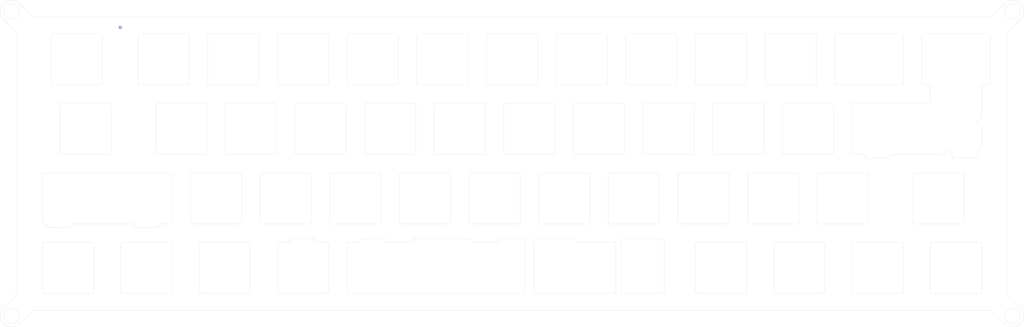
<source format=kicad_pcb>
(kicad_pcb (version 20171130) (host pcbnew 5.1.10-88a1d61d58~90~ubuntu20.04.1)

  (general
    (thickness 1.6)
    (drawings 463)
    (tracks 1)
    (zones 0)
    (modules 0)
    (nets 1)
  )

  (page A4)
  (layers
    (0 F.Cu signal)
    (31 B.Cu signal)
    (32 B.Adhes user)
    (33 F.Adhes user)
    (34 B.Paste user)
    (35 F.Paste user)
    (36 B.SilkS user)
    (37 F.SilkS user)
    (38 B.Mask user)
    (39 F.Mask user)
    (40 Dwgs.User user)
    (41 Cmts.User user)
    (42 Eco1.User user)
    (43 Eco2.User user)
    (44 Edge.Cuts user)
    (45 Margin user)
    (46 B.CrtYd user)
    (47 F.CrtYd user)
    (48 B.Fab user)
    (49 F.Fab user)
  )

  (setup
    (last_trace_width 0.25)
    (trace_clearance 0.2)
    (zone_clearance 0.508)
    (zone_45_only no)
    (trace_min 0.2)
    (via_size 0.8)
    (via_drill 0.4)
    (via_min_size 0.4)
    (via_min_drill 0.3)
    (uvia_size 0.3)
    (uvia_drill 0.1)
    (uvias_allowed no)
    (uvia_min_size 0.2)
    (uvia_min_drill 0.1)
    (edge_width 0.05)
    (segment_width 0.2)
    (pcb_text_width 0.3)
    (pcb_text_size 1.5 1.5)
    (mod_edge_width 0.12)
    (mod_text_size 1 1)
    (mod_text_width 0.15)
    (pad_size 1.524 1.524)
    (pad_drill 0.762)
    (pad_to_mask_clearance 0)
    (aux_axis_origin 0 0)
    (visible_elements FFFFFF7F)
    (pcbplotparams
      (layerselection 0x010fc_ffffffff)
      (usegerberextensions false)
      (usegerberattributes true)
      (usegerberadvancedattributes true)
      (creategerberjobfile true)
      (excludeedgelayer true)
      (linewidth 0.100000)
      (plotframeref false)
      (viasonmask false)
      (mode 1)
      (useauxorigin false)
      (hpglpennumber 1)
      (hpglpenspeed 20)
      (hpglpendiameter 15.000000)
      (psnegative false)
      (psa4output false)
      (plotreference true)
      (plotvalue true)
      (plotinvisibletext false)
      (padsonsilk false)
      (subtractmaskfromsilk false)
      (outputformat 1)
      (mirror false)
      (drillshape 0)
      (scaleselection 1)
      (outputdirectory "production/gerbers/"))
  )

  (net 0 "")

  (net_class Default "This is the default net class."
    (clearance 0.2)
    (trace_width 0.25)
    (via_dia 0.8)
    (via_drill 0.4)
    (uvia_dia 0.3)
    (uvia_drill 0.1)
  )

  (gr_line (start -127.94375 2.524999) (end -110.728125 2.524999) (layer Edge.Cuts) (width 0.05))
  (gr_arc (start -127.943749 3.024999) (end -127.94375 2.524999) (angle -90) (layer Edge.Cuts) (width 0.05))
  (gr_line (start -128.44375 16.024999) (end -128.44375 3.024999) (layer Edge.Cuts) (width 0.05))
  (gr_arc (start -127.943749 16.024999) (end -128.44375 16.024999) (angle -90) (layer Edge.Cuts) (width 0.05))
  (gr_line (start -127.35675 16.524999) (end -127.94375 16.524999) (layer Edge.Cuts) (width 0.05))
  (gr_line (start -127.35675 17.025) (end -127.35675 16.524999) (layer Edge.Cuts) (width 0.05))
  (gr_arc (start -126.85675 17.025) (end -127.35675 17.025) (angle -90) (layer Edge.Cuts) (width 0.05))
  (gr_line (start -120.85675 17.524999) (end -126.85675 17.525) (layer Edge.Cuts) (width 0.05))
  (gr_arc (start -120.856749 17.025) (end -120.85675 17.524999) (angle -90) (layer Edge.Cuts) (width 0.05))
  (gr_line (start -120.35675 16.524999) (end -120.35675 17.025) (layer Edge.Cuts) (width 0.05))
  (gr_line (start -103.48075 16.524999) (end -120.35675 16.524999) (layer Edge.Cuts) (width 0.05))
  (gr_line (start -103.48075 17.025) (end -103.48075 16.524999) (layer Edge.Cuts) (width 0.05))
  (gr_arc (start -102.98075 17.025) (end -103.48075 17.025) (angle -90) (layer Edge.Cuts) (width 0.05))
  (gr_line (start -96.98075 17.525) (end -102.98075 17.525) (layer Edge.Cuts) (width 0.05))
  (gr_arc (start -96.98075 17.024999) (end -96.98075 17.525) (angle -90) (layer Edge.Cuts) (width 0.05))
  (gr_line (start -96.48075 16.524999) (end -96.48075 17.025) (layer Edge.Cuts) (width 0.05))
  (gr_line (start -93.5125 16.524999) (end -96.48075 16.524999) (layer Edge.Cuts) (width 0.05))
  (gr_arc (start -93.5125 16.025) (end -93.5125 16.524999) (angle -90) (layer Edge.Cuts) (width 0.05))
  (gr_line (start -93.0125 3.024999) (end -93.0125 16.024999) (layer Edge.Cuts) (width 0.05))
  (gr_arc (start -93.5125 3.024999) (end -93.0125 3.024999) (angle -90) (layer Edge.Cuts) (width 0.05))
  (gr_line (start -110.728125 2.524999) (end -93.5125 2.524999) (layer Edge.Cuts) (width 0.05))
  (gr_arc (start 63.649999 35.074999) (end 63.65 35.574999) (angle -90) (layer Edge.Cuts) (width 0.05))
  (gr_line (start 50.65 35.574999) (end 63.65 35.574999) (layer Edge.Cuts) (width 0.05))
  (gr_arc (start 50.65 35.074999) (end 50.15 35.074999) (angle -90) (layer Edge.Cuts) (width 0.05))
  (gr_line (start 50.15 22.074999) (end 50.15 35.074999) (layer Edge.Cuts) (width 0.05))
  (gr_arc (start 50.649999 22.074999) (end 50.65 21.575) (angle -90) (layer Edge.Cuts) (width 0.05))
  (gr_line (start 63.65 21.575) (end 50.65 21.575) (layer Edge.Cuts) (width 0.05))
  (gr_arc (start 63.65 22.074999) (end 64.15 22.074999) (angle -90) (layer Edge.Cuts) (width 0.05))
  (gr_line (start 64.15 35.074999) (end 64.15 22.074999) (layer Edge.Cuts) (width 0.05))
  (gr_line (start 41.6 35.075) (end 41.599999 21.074999) (layer Edge.Cuts) (width 0.05))
  (gr_arc (start 41.1 35.075) (end 41.1 35.575) (angle -90) (layer Edge.Cuts) (width 0.05))
  (gr_line (start 30.36925 35.575) (end 41.1 35.575) (layer Edge.Cuts) (width 0.05))
  (gr_arc (start 30.36925 35.074999) (end 29.869249 35.075) (angle -90) (layer Edge.Cuts) (width 0.05))
  (gr_line (start 29.869249 21.074999) (end 29.869249 35.075) (layer Edge.Cuts) (width 0.05))
  (gr_arc (start 30.369249 21.075) (end 30.36925 20.575) (angle -90) (layer Edge.Cuts) (width 0.05))
  (gr_line (start 41.099999 20.575) (end 30.36925 20.575) (layer Edge.Cuts) (width 0.05))
  (gr_arc (start 41.099999 21.075) (end 41.599999 21.074999) (angle -90) (layer Edge.Cuts) (width 0.05))
  (gr_line (start -106.512499 35.574999) (end -93.512499 35.574999) (layer Edge.Cuts) (width 0.05))
  (gr_arc (start -106.512499 35.074999) (end -107.012499 35.074999) (angle -90) (layer Edge.Cuts) (width 0.05))
  (gr_line (start -107.012499 22.074999) (end -107.012499 35.074999) (layer Edge.Cuts) (width 0.05))
  (gr_arc (start -106.512499 22.074999) (end -106.512499 21.574999) (angle -90) (layer Edge.Cuts) (width 0.05))
  (gr_line (start -93.512499 21.574999) (end -106.512499 21.574999) (layer Edge.Cuts) (width 0.05))
  (gr_arc (start -93.512499 22.074999) (end -93.012499 22.074999) (angle -90) (layer Edge.Cuts) (width 0.05))
  (gr_line (start -93.012499 35.074999) (end -93.012499 22.074999) (layer Edge.Cuts) (width 0.05))
  (gr_arc (start -93.5125 35.074999) (end -93.512499 35.574999) (angle -90) (layer Edge.Cuts) (width 0.05))
  (gr_line (start 107.0125 35.074999) (end 107.0125 22.074999) (layer Edge.Cuts) (width 0.05))
  (gr_arc (start 106.512499 35.074999) (end 106.5125 35.574999) (angle -90) (layer Edge.Cuts) (width 0.05))
  (gr_line (start 93.5125 35.574999) (end 106.5125 35.574999) (layer Edge.Cuts) (width 0.05))
  (gr_arc (start 93.5125 35.074999) (end 93.0125 35.074999) (angle -90) (layer Edge.Cuts) (width 0.05))
  (gr_line (start 93.0125 22.074999) (end 93.0125 35.074999) (layer Edge.Cuts) (width 0.05))
  (gr_arc (start 93.512499 22.074999) (end 93.5125 21.574999) (angle -90) (layer Edge.Cuts) (width 0.05))
  (gr_line (start 106.5125 21.574999) (end 93.5125 21.574999) (layer Edge.Cuts) (width 0.05))
  (gr_arc (start 106.5125 22.074999) (end 107.0125 22.074999) (angle -90) (layer Edge.Cuts) (width 0.05))
  (gr_line (start 127.35675 -12.05) (end 127.94375 -12.049999) (layer Edge.Cuts) (width 0.05))
  (gr_line (start 127.35675 -10.612) (end 127.35675 -12.05) (layer Edge.Cuts) (width 0.05))
  (gr_line (start 127.94375 -10.612) (end 127.35675 -10.612) (layer Edge.Cuts) (width 0.05))
  (gr_arc (start 127.94375 -10.112) (end 128.44375 -10.112) (angle -90) (layer Edge.Cuts) (width 0.05))
  (gr_line (start 128.44375 -4.112) (end 128.44375 -10.112) (layer Edge.Cuts) (width 0.05))
  (gr_arc (start 127.943749 -4.112) (end 127.94375 -3.611999) (angle -90) (layer Edge.Cuts) (width 0.05))
  (gr_line (start 127.35675 -3.612) (end 127.94375 -3.611999) (layer Edge.Cuts) (width 0.05))
  (gr_line (start 127.35675 -2.024999) (end 127.35675 -3.612) (layer Edge.Cuts) (width 0.05))
  (gr_arc (start 126.856749 -2.024999) (end 126.85675 -1.524999) (angle -90) (layer Edge.Cuts) (width 0.05))
  (gr_line (start 120.85675 -1.524999) (end 126.85675 -1.524999) (layer Edge.Cuts) (width 0.05))
  (gr_arc (start 120.85675 -2.025) (end 120.35675 -2.024999) (angle -90) (layer Edge.Cuts) (width 0.05))
  (gr_line (start 120.35675 -3.612) (end 120.35675 -2.024999) (layer Edge.Cuts) (width 0.05))
  (gr_line (start 118.91875 -3.612) (end 120.35675 -3.612) (layer Edge.Cuts) (width 0.05))
  (gr_line (start 118.91875 -3.024999) (end 118.91875 -3.612) (layer Edge.Cuts) (width 0.05))
  (gr_arc (start 118.41875 -3.024999) (end 118.41875 -2.525) (angle -90) (layer Edge.Cuts) (width 0.05))
  (gr_line (start 103.48075 -2.524999) (end 118.41875 -2.525) (layer Edge.Cuts) (width 0.05))
  (gr_line (start 103.48075 -2.024999) (end 103.48075 -2.524999) (layer Edge.Cuts) (width 0.05))
  (gr_arc (start 102.98075 -2.024999) (end 102.98075 -1.525) (angle -90) (layer Edge.Cuts) (width 0.05))
  (gr_line (start 96.98075 -1.524999) (end 102.98075 -1.525) (layer Edge.Cuts) (width 0.05))
  (gr_arc (start 96.98075 -2.025) (end 96.48075 -2.024999) (angle -90) (layer Edge.Cuts) (width 0.05))
  (gr_line (start 96.48075 -2.524999) (end 96.48075 -2.024999) (layer Edge.Cuts) (width 0.05))
  (gr_line (start 93.5125 -2.524999) (end 96.48075 -2.524999) (layer Edge.Cuts) (width 0.05))
  (gr_arc (start 93.5125 -3.025) (end 93.0125 -3.024999) (angle -90) (layer Edge.Cuts) (width 0.05))
  (gr_line (start 93.0125 -16.024999) (end 93.0125 -3.024999) (layer Edge.Cuts) (width 0.05))
  (gr_arc (start 93.5125 -16.024999) (end 93.5125 -16.524999) (angle -90) (layer Edge.Cuts) (width 0.05))
  (gr_line (start 114.44375 -16.524999) (end 93.5125 -16.524999) (layer Edge.Cuts) (width 0.05))
  (gr_line (start 114.44375 -21.575) (end 114.44375 -16.524999) (layer Edge.Cuts) (width 0.05))
  (gr_line (start 112.5625 -21.575) (end 114.44375 -21.575) (layer Edge.Cuts) (width 0.05))
  (gr_arc (start 112.5625 -22.075) (end 112.0625 -22.075) (angle -90) (layer Edge.Cuts) (width 0.05))
  (gr_line (start 112.0625 -35.075) (end 112.0625 -22.075) (layer Edge.Cuts) (width 0.05))
  (gr_arc (start 112.5625 -35.075) (end 112.5625 -35.575) (angle -90) (layer Edge.Cuts) (width 0.05))
  (gr_line (start 130.324999 -35.575) (end 112.5625 -35.575) (layer Edge.Cuts) (width 0.05))
  (gr_arc (start 130.324999 -35.075) (end 130.824999 -35.075) (angle -90) (layer Edge.Cuts) (width 0.05))
  (gr_line (start 130.824999 -22.075) (end 130.824999 -35.075) (layer Edge.Cuts) (width 0.05))
  (gr_arc (start 130.325 -22.074999) (end 130.324999 -21.575) (angle -90) (layer Edge.Cuts) (width 0.05))
  (gr_line (start 128.44375 -21.575) (end 130.324999 -21.575) (layer Edge.Cuts) (width 0.05))
  (gr_line (start 128.44375 -12.55) (end 128.44375 -21.575) (layer Edge.Cuts) (width 0.05))
  (gr_arc (start 127.943749 -12.549999) (end 127.94375 -12.049999) (angle -90) (layer Edge.Cuts) (width 0.05))
  (gr_line (start 107.0125 -22.075) (end 107.0125 -35.075) (layer Edge.Cuts) (width 0.05))
  (gr_arc (start 106.5125 -22.074999) (end 106.5125 -21.575) (angle -90) (layer Edge.Cuts) (width 0.05))
  (gr_line (start 88.75 -21.575) (end 106.5125 -21.575) (layer Edge.Cuts) (width 0.05))
  (gr_arc (start 88.75 -22.075) (end 88.25 -22.075) (angle -90) (layer Edge.Cuts) (width 0.05))
  (gr_line (start 88.25 -35.075) (end 88.25 -22.075) (layer Edge.Cuts) (width 0.05))
  (gr_arc (start 88.749999 -35.075) (end 88.75 -35.575) (angle -90) (layer Edge.Cuts) (width 0.05))
  (gr_line (start 106.5125 -35.575) (end 88.75 -35.575) (layer Edge.Cuts) (width 0.05))
  (gr_arc (start 106.5125 -35.075) (end 107.0125 -35.075) (angle -90) (layer Edge.Cuts) (width 0.05))
  (gr_line (start 27.93125 21.575) (end 17.787499 21.575) (layer Edge.Cuts) (width 0.05))
  (gr_arc (start 27.93125 22.075) (end 28.43125 22.075) (angle -90) (layer Edge.Cuts) (width 0.05))
  (gr_line (start 28.43125 35.075) (end 28.43125 22.075) (layer Edge.Cuts) (width 0.05))
  (gr_arc (start 27.93125 35.075) (end 27.93125 35.575) (angle -90) (layer Edge.Cuts) (width 0.05))
  (gr_line (start 6.49325 35.575) (end 27.93125 35.575) (layer Edge.Cuts) (width 0.05))
  (gr_arc (start 6.49325 35.074999) (end 5.99325 35.075) (angle -90) (layer Edge.Cuts) (width 0.05))
  (gr_line (start 5.99325 21.074999) (end 5.99325 35.075) (layer Edge.Cuts) (width 0.05))
  (gr_arc (start 6.49325 21.074999) (end 6.49325 20.575) (angle -90) (layer Edge.Cuts) (width 0.05))
  (gr_line (start 17.287499 20.575) (end 6.49325 20.575) (layer Edge.Cuts) (width 0.05))
  (gr_arc (start 17.287499 21.074999) (end 17.787499 21.074999) (angle -90) (layer Edge.Cuts) (width 0.05))
  (gr_line (start 17.787499 21.575) (end 17.787499 21.074999) (layer Edge.Cuts) (width 0.05))
  (gr_line (start 139.130924 39.496862) (end 135.4 35.765937) (layer Edge.Cuts) (width 0.05))
  (gr_arc (start 136.938893 -41.688893) (end 139.130924 -39.496862) (angle -180) (layer Edge.Cuts) (width 0.05))
  (gr_line (start 134.746862 -43.880924) (end 131.015937 -40.15) (layer Edge.Cuts) (width 0.05))
  (gr_line (start -134.746862 43.880924) (end -131.015937 40.15) (layer Edge.Cuts) (width 0.05))
  (gr_line (start 135.4 35.765937) (end 135.4 -35.765937) (layer Edge.Cuts) (width 0.05))
  (gr_line (start -131.015937 -40.15) (end -134.746862 -43.880924) (layer Edge.Cuts) (width 0.05))
  (gr_arc (start -136.938893 41.688893) (end -139.130924 39.496862) (angle -180.0000016) (layer Edge.Cuts) (width 0.05))
  (gr_arc (start 136.938893 41.688893) (end 134.746862 43.880924) (angle -180) (layer Edge.Cuts) (width 0.05))
  (gr_line (start -135.4 35.765937) (end -139.130924 39.496862) (layer Edge.Cuts) (width 0.05))
  (gr_arc (start -63.649999 35.074999) (end -64.149999 35.075) (angle -90) (layer Edge.Cuts) (width 0.05))
  (gr_line (start -64.149999 22.075) (end -64.149999 35.075) (layer Edge.Cuts) (width 0.05))
  (gr_arc (start -63.65 22.075) (end -63.649999 21.575) (angle -90) (layer Edge.Cuts) (width 0.05))
  (gr_line (start -60.649999 21.575) (end -63.649999 21.575) (layer Edge.Cuts) (width 0.05))
  (gr_line (start -60.649999 21.074999) (end -60.649999 21.575) (layer Edge.Cuts) (width 0.05))
  (gr_arc (start -60.15 21.074999) (end -60.15 20.575) (angle -90) (layer Edge.Cuts) (width 0.05))
  (gr_line (start -54.149999 20.575) (end -60.15 20.575) (layer Edge.Cuts) (width 0.05))
  (gr_arc (start -54.149999 21.074999) (end -53.65 21.074999) (angle -90) (layer Edge.Cuts) (width 0.05))
  (gr_line (start -53.649999 21.575) (end -53.65 21.074999) (layer Edge.Cuts) (width 0.05))
  (gr_line (start -50.649999 21.575) (end -53.649999 21.575) (layer Edge.Cuts) (width 0.05))
  (gr_arc (start -50.649999 22.074999) (end -50.149999 22.075) (angle -90) (layer Edge.Cuts) (width 0.05))
  (gr_line (start -50.15 35.075) (end -50.149999 22.075) (layer Edge.Cuts) (width 0.05))
  (gr_arc (start -50.649999 35.075) (end -50.649999 35.575) (angle -90) (layer Edge.Cuts) (width 0.05))
  (gr_line (start -63.649999 35.575) (end -50.649999 35.575) (layer Edge.Cuts) (width 0.05))
  (gr_line (start -11.255749 20.575) (end -26.8125 20.575) (layer Edge.Cuts) (width 0.05))
  (gr_arc (start -11.255749 21.074999) (end -10.755749 21.074999) (angle -90) (layer Edge.Cuts) (width 0.05))
  (gr_line (start -10.755749 21.575) (end -10.755749 21.074999) (layer Edge.Cuts) (width 0.05))
  (gr_line (start -3.5 21.575) (end -10.755749 21.575) (layer Edge.Cuts) (width 0.05))
  (gr_line (start -3.5 21.074999) (end -3.5 21.575) (layer Edge.Cuts) (width 0.05))
  (gr_arc (start -3 21.074999) (end -3 20.575) (angle -90) (layer Edge.Cuts) (width 0.05))
  (gr_line (start 3 20.575) (end -3 20.575) (layer Edge.Cuts) (width 0.05))
  (gr_arc (start 3 21.074999) (end 3.499999 21.074999) (angle -90) (layer Edge.Cuts) (width 0.05))
  (gr_line (start 3.5 35.075) (end 3.499999 21.074999) (layer Edge.Cuts) (width 0.05))
  (gr_arc (start 3 35.075) (end 3 35.575) (angle -90) (layer Edge.Cuts) (width 0.05))
  (gr_line (start -44.599999 35.575) (end 3 35.575) (layer Edge.Cuts) (width 0.05))
  (gr_arc (start -44.599999 35.075) (end -45.099999 35.075) (angle -90) (layer Edge.Cuts) (width 0.05))
  (gr_line (start -45.099999 22.075) (end -45.099999 35.075) (layer Edge.Cuts) (width 0.05))
  (gr_arc (start -44.599999 22.075) (end -44.599999 21.575) (angle -90) (layer Edge.Cuts) (width 0.05))
  (gr_line (start -41.631749 21.575) (end -44.599999 21.575) (layer Edge.Cuts) (width 0.05))
  (gr_line (start -41.631749 21.074999) (end -41.631749 21.575) (layer Edge.Cuts) (width 0.05))
  (gr_arc (start -41.131749 21.075) (end -41.13175 20.575) (angle -90) (layer Edge.Cuts) (width 0.05))
  (gr_line (start -35.13175 20.575) (end -41.13175 20.575) (layer Edge.Cuts) (width 0.05))
  (gr_arc (start -35.13175 21.074999) (end -34.63175 21.074999) (angle -90) (layer Edge.Cuts) (width 0.05))
  (gr_line (start -34.63175 21.575) (end -34.63175 21.074999) (layer Edge.Cuts) (width 0.05))
  (gr_line (start -27.3125 21.575) (end -34.63175 21.575) (layer Edge.Cuts) (width 0.05))
  (gr_line (start -27.3125 21.074999) (end -27.3125 21.575) (layer Edge.Cuts) (width 0.05))
  (gr_arc (start -26.8125 21.074999) (end -26.8125 20.575) (angle -90) (layer Edge.Cuts) (width 0.05))
  (gr_line (start 131.015937 40.15) (end 134.746862 43.880924) (layer Edge.Cuts) (width 0.05))
  (gr_arc (start -136.938893 -41.688893) (end -134.746862 -43.880924) (angle -180) (layer Edge.Cuts) (width 0.05))
  (gr_line (start 135.4 -35.765937) (end 139.130924 -39.496862) (layer Edge.Cuts) (width 0.05))
  (gr_line (start -131.015937 40.15) (end 131.015937 40.15) (layer Edge.Cuts) (width 0.05))
  (gr_line (start 131.015937 -40.15) (end -131.015937 -40.15) (layer Edge.Cuts) (width 0.05))
  (gr_line (start -135.4 -35.765937) (end -135.4 35.765937) (layer Edge.Cuts) (width 0.05))
  (gr_line (start -31.6 -35.575) (end -44.599999 -35.575) (layer Edge.Cuts) (width 0.05))
  (gr_arc (start -31.6 -35.075) (end -31.1 -35.075) (angle -90) (layer Edge.Cuts) (width 0.05))
  (gr_line (start -31.099999 -22.075) (end -31.1 -35.075) (layer Edge.Cuts) (width 0.05))
  (gr_arc (start -31.599999 -22.075) (end -31.6 -21.575) (angle -90) (layer Edge.Cuts) (width 0.05))
  (gr_line (start -44.599999 -21.575) (end -31.6 -21.575) (layer Edge.Cuts) (width 0.05))
  (gr_arc (start -44.599999 -22.075) (end -45.099999 -22.075) (angle -90) (layer Edge.Cuts) (width 0.05))
  (gr_line (start -45.099999 -35.075) (end -45.099999 -22.075) (layer Edge.Cuts) (width 0.05))
  (gr_arc (start -44.6 -35.075) (end -44.599999 -35.575) (angle -90) (layer Edge.Cuts) (width 0.05))
  (gr_arc (start 12.55 -22.075) (end 12.05 -22.075) (angle -90) (layer Edge.Cuts) (width 0.05))
  (gr_line (start 25.55 -21.575) (end 12.55 -21.575) (layer Edge.Cuts) (width 0.05))
  (gr_arc (start 25.55 -22.075) (end 25.55 -21.575) (angle -90) (layer Edge.Cuts) (width 0.05))
  (gr_line (start 26.05 -35.075) (end 26.05 -22.075) (layer Edge.Cuts) (width 0.05))
  (gr_arc (start 25.549999 -35.075) (end 26.05 -35.075) (angle -90) (layer Edge.Cuts) (width 0.05))
  (gr_line (start 12.55 -35.575) (end 25.55 -35.575) (layer Edge.Cuts) (width 0.05))
  (gr_arc (start 12.549999 -35.075) (end 12.55 -35.575) (angle -90) (layer Edge.Cuts) (width 0.05))
  (gr_line (start 12.05 -22.075) (end 12.05 -35.075) (layer Edge.Cuts) (width 0.05))
  (gr_line (start -139.130924 -39.496862) (end -135.4 -35.765937) (layer Edge.Cuts) (width 0.05))
  (gr_line (start -83.2 -22.075) (end -83.199999 -35.075) (layer Edge.Cuts) (width 0.05))
  (gr_arc (start -82.699999 -22.075) (end -83.2 -22.075) (angle -90) (layer Edge.Cuts) (width 0.05))
  (gr_line (start -69.699999 -21.575) (end -82.699999 -21.575) (layer Edge.Cuts) (width 0.05))
  (gr_arc (start -69.699999 -22.075) (end -69.699999 -21.575) (angle -90) (layer Edge.Cuts) (width 0.05))
  (gr_line (start -69.199999 -35.075) (end -69.199999 -22.075) (layer Edge.Cuts) (width 0.05))
  (gr_arc (start -69.7 -35.075) (end -69.199999 -35.075) (angle -90) (layer Edge.Cuts) (width 0.05))
  (gr_line (start -82.699999 -35.575) (end -69.699999 -35.575) (layer Edge.Cuts) (width 0.05))
  (gr_arc (start -82.699999 -35.075) (end -82.699999 -35.575) (angle -90) (layer Edge.Cuts) (width 0.05))
  (gr_line (start 64.9375 16.524999) (end 77.9375 16.524999) (layer Edge.Cuts) (width 0.05))
  (gr_arc (start 64.9375 16.024999) (end 64.4375 16.024999) (angle -90) (layer Edge.Cuts) (width 0.05))
  (gr_line (start 64.4375 3.024999) (end 64.4375 16.024999) (layer Edge.Cuts) (width 0.05))
  (gr_arc (start 64.9375 3.024999) (end 64.9375 2.524999) (angle -90) (layer Edge.Cuts) (width 0.05))
  (gr_line (start 77.9375 2.524999) (end 64.9375 2.524999) (layer Edge.Cuts) (width 0.05))
  (gr_arc (start 77.9375 3.024999) (end 78.4375 3.024999) (angle -90) (layer Edge.Cuts) (width 0.05))
  (gr_line (start 78.4375 16.024999) (end 78.4375 3.024999) (layer Edge.Cuts) (width 0.05))
  (gr_arc (start 77.9375 16.024999) (end 77.9375 16.524999) (angle -90) (layer Edge.Cuts) (width 0.05))
  (gr_arc (start -25.55 -22.075) (end -26.05 -22.075) (angle -90) (layer Edge.Cuts) (width 0.05))
  (gr_line (start -26.05 -35.075) (end -26.05 -22.075) (layer Edge.Cuts) (width 0.05))
  (gr_arc (start -25.55 -35.075) (end -25.55 -35.575) (angle -90) (layer Edge.Cuts) (width 0.05))
  (gr_line (start -12.55 -35.575) (end -25.55 -35.575) (layer Edge.Cuts) (width 0.05))
  (gr_arc (start -12.55 -35.075) (end -12.05 -35.075) (angle -90) (layer Edge.Cuts) (width 0.05))
  (gr_line (start -12.05 -22.075) (end -12.05 -35.075) (layer Edge.Cuts) (width 0.05))
  (gr_arc (start -12.55 -22.075) (end -12.55 -21.575) (angle -90) (layer Edge.Cuts) (width 0.05))
  (gr_line (start -25.55 -21.575) (end -12.55 -21.575) (layer Edge.Cuts) (width 0.05))
  (gr_arc (start 20.787499 3.024999) (end 21.2875 3.024999) (angle -90) (layer Edge.Cuts) (width 0.05))
  (gr_line (start 21.2875 16.024999) (end 21.2875 3.024999) (layer Edge.Cuts) (width 0.05))
  (gr_arc (start 20.7875 16.024999) (end 20.787499 16.524999) (angle -90) (layer Edge.Cuts) (width 0.05))
  (gr_line (start 7.787499 16.524999) (end 20.787499 16.524999) (layer Edge.Cuts) (width 0.05))
  (gr_arc (start 7.787499 16.024999) (end 7.287499 16.024999) (angle -90) (layer Edge.Cuts) (width 0.05))
  (gr_line (start 7.287499 3.024999) (end 7.287499 16.024999) (layer Edge.Cuts) (width 0.05))
  (gr_arc (start 7.787499 3.024999) (end 7.787499 2.524999) (angle -90) (layer Edge.Cuts) (width 0.05))
  (gr_line (start 20.787499 2.524999) (end 7.787499 2.524999) (layer Edge.Cuts) (width 0.05))
  (gr_line (start 6.999999 -22.075) (end 7 -35.075) (layer Edge.Cuts) (width 0.05))
  (gr_arc (start 6.5 -22.075) (end 6.499999 -21.575) (angle -90) (layer Edge.Cuts) (width 0.05))
  (gr_line (start -6.499999 -21.575) (end 6.499999 -21.575) (layer Edge.Cuts) (width 0.05))
  (gr_arc (start -6.5 -22.075) (end -7 -22.075) (angle -90) (layer Edge.Cuts) (width 0.05))
  (gr_line (start -7 -35.075) (end -7 -22.075) (layer Edge.Cuts) (width 0.05))
  (gr_arc (start -6.5 -35.075) (end -6.5 -35.575) (angle -90) (layer Edge.Cuts) (width 0.05))
  (gr_line (start 6.499999 -35.575) (end -6.5 -35.575) (layer Edge.Cuts) (width 0.05))
  (gr_arc (start 6.499999 -35.075) (end 7 -35.075) (angle -90) (layer Edge.Cuts) (width 0.05))
  (gr_arc (start -50.649999 -22.074999) (end -50.649999 -21.575) (angle -90) (layer Edge.Cuts) (width 0.05))
  (gr_line (start -63.649999 -21.575) (end -50.649999 -21.575) (layer Edge.Cuts) (width 0.05))
  (gr_arc (start -63.649999 -22.075) (end -64.149999 -22.075) (angle -90) (layer Edge.Cuts) (width 0.05))
  (gr_line (start -64.149999 -35.075) (end -64.149999 -22.075) (layer Edge.Cuts) (width 0.05))
  (gr_arc (start -63.649999 -35.075) (end -63.649999 -35.575) (angle -90) (layer Edge.Cuts) (width 0.05))
  (gr_line (start -50.649999 -35.575) (end -63.649999 -35.575) (layer Edge.Cuts) (width 0.05))
  (gr_arc (start -50.65 -35.075) (end -50.15 -35.075) (angle -90) (layer Edge.Cuts) (width 0.05))
  (gr_line (start -50.15 -22.075) (end -50.15 -35.075) (layer Edge.Cuts) (width 0.05))
  (gr_arc (start -88.749999 -35.075) (end -88.25 -35.075) (angle -90) (layer Edge.Cuts) (width 0.05))
  (gr_line (start -101.75 -35.575) (end -88.75 -35.575) (layer Edge.Cuts) (width 0.05))
  (gr_arc (start -101.75 -35.075) (end -101.75 -35.575) (angle -90) (layer Edge.Cuts) (width 0.05))
  (gr_line (start -102.25 -22.075) (end -102.25 -35.075) (layer Edge.Cuts) (width 0.05))
  (gr_arc (start -101.75 -22.074999) (end -102.25 -22.075) (angle -90) (layer Edge.Cuts) (width 0.05))
  (gr_line (start -88.75 -21.575) (end -101.75 -21.575) (layer Edge.Cuts) (width 0.05))
  (gr_arc (start -88.75 -22.075) (end -88.75 -21.575) (angle -90) (layer Edge.Cuts) (width 0.05))
  (gr_line (start -88.25 -35.075) (end -88.25 -22.075) (layer Edge.Cuts) (width 0.05))
  (gr_line (start 59.3875 3.024999) (end 59.3875 16.024999) (layer Edge.Cuts) (width 0.05))
  (gr_arc (start 58.8875 3.024999) (end 59.3875 3.024999) (angle -90) (layer Edge.Cuts) (width 0.05))
  (gr_line (start 45.8875 2.524999) (end 58.8875 2.524999) (layer Edge.Cuts) (width 0.05))
  (gr_arc (start 45.887499 3.024999) (end 45.8875 2.524999) (angle -90) (layer Edge.Cuts) (width 0.05))
  (gr_line (start 45.3875 16.024999) (end 45.3875 3.024999) (layer Edge.Cuts) (width 0.05))
  (gr_arc (start 45.8875 16.024999) (end 45.3875 16.024999) (angle -90) (layer Edge.Cuts) (width 0.05))
  (gr_line (start 58.8875 16.524999) (end 45.887499 16.524999) (layer Edge.Cuts) (width 0.05))
  (gr_arc (start 58.8875 16.024999) (end 58.8875 16.524999) (angle -90) (layer Edge.Cuts) (width 0.05))
  (gr_line (start 97.4875 16.024999) (end 97.4875 3.024999) (layer Edge.Cuts) (width 0.05))
  (gr_arc (start 96.9875 16.024999) (end 96.9875 16.524999) (angle -90) (layer Edge.Cuts) (width 0.05))
  (gr_line (start 83.9875 16.524999) (end 96.9875 16.524999) (layer Edge.Cuts) (width 0.05))
  (gr_arc (start 83.9875 16.024999) (end 83.4875 16.024999) (angle -90) (layer Edge.Cuts) (width 0.05))
  (gr_line (start 83.4875 3.024999) (end 83.4875 16.024999) (layer Edge.Cuts) (width 0.05))
  (gr_arc (start 83.9875 3.024999) (end 83.9875 2.524999) (angle -90) (layer Edge.Cuts) (width 0.05))
  (gr_line (start 96.9875 2.524999) (end 83.9875 2.524999) (layer Edge.Cuts) (width 0.05))
  (gr_arc (start 96.9875 3.024999) (end 97.4875 3.024999) (angle -90) (layer Edge.Cuts) (width 0.05))
  (gr_line (start 39.8375 16.524999) (end 26.8375 16.524999) (layer Edge.Cuts) (width 0.05))
  (gr_arc (start 39.8375 16.024999) (end 39.8375 16.524999) (angle -90) (layer Edge.Cuts) (width 0.05))
  (gr_line (start 40.3375 3.024999) (end 40.3375 16.024999) (layer Edge.Cuts) (width 0.05))
  (gr_arc (start 39.8375 3.024999) (end 40.3375 3.024999) (angle -90) (layer Edge.Cuts) (width 0.05))
  (gr_line (start 26.8375 2.524999) (end 39.8375 2.524999) (layer Edge.Cuts) (width 0.05))
  (gr_arc (start 26.8375 3.024999) (end 26.8375 2.524999) (angle -90) (layer Edge.Cuts) (width 0.05))
  (gr_line (start 26.3375 16.024999) (end 26.3375 3.024999) (layer Edge.Cuts) (width 0.05))
  (gr_arc (start 26.8375 16.024999) (end 26.3375 16.024999) (angle -90) (layer Edge.Cuts) (width 0.05))
  (gr_arc (start -114.94375 35.074999) (end -114.94375 35.574999) (angle -90) (layer Edge.Cuts) (width 0.05))
  (gr_line (start -127.94375 35.575) (end -114.94375 35.574999) (layer Edge.Cuts) (width 0.05))
  (gr_arc (start -127.943749 35.075) (end -128.44375 35.074999) (angle -90) (layer Edge.Cuts) (width 0.05))
  (gr_line (start -128.44375 22.074999) (end -128.44375 35.074999) (layer Edge.Cuts) (width 0.05))
  (gr_arc (start -127.943749 22.074999) (end -127.94375 21.574999) (angle -90) (layer Edge.Cuts) (width 0.05))
  (gr_line (start -114.94375 21.574999) (end -127.94375 21.574999) (layer Edge.Cuts) (width 0.05))
  (gr_arc (start -114.94375 22.074999) (end -114.44375 22.074999) (angle -90) (layer Edge.Cuts) (width 0.05))
  (gr_line (start -114.44375 35.074999) (end -114.44375 22.074999) (layer Edge.Cuts) (width 0.05))
  (gr_arc (start -49.362499 3.024999) (end -49.3625 2.524999) (angle -90) (layer Edge.Cuts) (width 0.05))
  (gr_line (start -49.8625 16.024999) (end -49.8625 3.024999) (layer Edge.Cuts) (width 0.05))
  (gr_arc (start -49.3625 16.024999) (end -49.8625 16.024999) (angle -90) (layer Edge.Cuts) (width 0.05))
  (gr_line (start -36.3625 16.524999) (end -49.3625 16.524999) (layer Edge.Cuts) (width 0.05))
  (gr_arc (start -36.3625 16.024999) (end -36.3625 16.524999) (angle -90) (layer Edge.Cuts) (width 0.05))
  (gr_line (start -35.8625 3.024999) (end -35.8625 16.024999) (layer Edge.Cuts) (width 0.05))
  (gr_arc (start -36.362499 3.024999) (end -35.8625 3.024999) (angle -90) (layer Edge.Cuts) (width 0.05))
  (gr_line (start -49.3625 2.524999) (end -36.3625 2.524999) (layer Edge.Cuts) (width 0.05))
  (gr_line (start 1.7375 16.524999) (end -11.262499 16.524999) (layer Edge.Cuts) (width 0.05))
  (gr_arc (start 1.7375 16.024999) (end 1.7375 16.524999) (angle -90) (layer Edge.Cuts) (width 0.05))
  (gr_line (start 2.2375 3.024999) (end 2.2375 16.024999) (layer Edge.Cuts) (width 0.05))
  (gr_arc (start 1.7375 3.024999) (end 2.2375 3.024999) (angle -90) (layer Edge.Cuts) (width 0.05))
  (gr_line (start -11.262499 2.524999) (end 1.7375 2.524999) (layer Edge.Cuts) (width 0.05))
  (gr_arc (start -11.2625 3.024999) (end -11.262499 2.524999) (angle -90) (layer Edge.Cuts) (width 0.05))
  (gr_line (start -11.762499 16.024999) (end -11.762499 3.024999) (layer Edge.Cuts) (width 0.05))
  (gr_arc (start -11.262499 16.024999) (end -11.762499 16.024999) (angle -90) (layer Edge.Cuts) (width 0.05))
  (gr_arc (start -30.3125 3.024999) (end -30.3125 2.524999) (angle -90) (layer Edge.Cuts) (width 0.05))
  (gr_line (start -17.3125 2.524999) (end -30.3125 2.524999) (layer Edge.Cuts) (width 0.05))
  (gr_arc (start -17.3125 3.024999) (end -16.8125 3.024999) (angle -90) (layer Edge.Cuts) (width 0.05))
  (gr_line (start -16.8125 16.024999) (end -16.8125 3.024999) (layer Edge.Cuts) (width 0.05))
  (gr_arc (start -17.3125 16.024999) (end -17.3125 16.524999) (angle -90) (layer Edge.Cuts) (width 0.05))
  (gr_line (start -30.3125 16.524999) (end -17.3125 16.524999) (layer Edge.Cuts) (width 0.05))
  (gr_arc (start -30.3125 16.024999) (end -30.8125 16.024999) (angle -90) (layer Edge.Cuts) (width 0.05))
  (gr_line (start -30.8125 3.024999) (end -30.8125 16.024999) (layer Edge.Cuts) (width 0.05))
  (gr_line (start 87.9625 -3.025) (end 87.9625 -16.025) (layer Edge.Cuts) (width 0.05))
  (gr_arc (start 87.462499 -3.025) (end 87.4625 -2.525) (angle -90) (layer Edge.Cuts) (width 0.05))
  (gr_line (start 74.4625 -2.525) (end 87.4625 -2.525) (layer Edge.Cuts) (width 0.05))
  (gr_arc (start 74.4625 -3.025) (end 73.9625 -3.025) (angle -90) (layer Edge.Cuts) (width 0.05))
  (gr_line (start 73.9625 -16.025) (end 73.9625 -3.025) (layer Edge.Cuts) (width 0.05))
  (gr_arc (start 74.462499 -16.025) (end 74.4625 -16.525) (angle -90) (layer Edge.Cuts) (width 0.05))
  (gr_line (start 87.4625 -16.525) (end 74.4625 -16.525) (layer Edge.Cuts) (width 0.05))
  (gr_arc (start 87.462499 -16.025) (end 87.9625 -16.025) (angle -90) (layer Edge.Cuts) (width 0.05))
  (gr_arc (start -72.08125 22.075) (end -71.58125 22.074999) (angle -90) (layer Edge.Cuts) (width 0.05))
  (gr_line (start -71.58125 35.074999) (end -71.58125 22.074999) (layer Edge.Cuts) (width 0.05))
  (gr_arc (start -72.08125 35.074999) (end -72.081249 35.574999) (angle -90) (layer Edge.Cuts) (width 0.05))
  (gr_line (start -85.081249 35.574999) (end -72.081249 35.574999) (layer Edge.Cuts) (width 0.05))
  (gr_arc (start -85.08125 35.074999) (end -85.58125 35.074999) (angle -90) (layer Edge.Cuts) (width 0.05))
  (gr_line (start -85.581249 22.074999) (end -85.58125 35.074999) (layer Edge.Cuts) (width 0.05))
  (gr_arc (start -85.081249 22.075) (end -85.081249 21.575) (angle -90) (layer Edge.Cuts) (width 0.05))
  (gr_line (start -72.081249 21.574999) (end -85.081249 21.575) (layer Edge.Cuts) (width 0.05))
  (gr_arc (start 123.181249 3.024999) (end 123.68125 3.024999) (angle -90) (layer Edge.Cuts) (width 0.05))
  (gr_line (start 123.68125 16.024999) (end 123.68125 3.024999) (layer Edge.Cuts) (width 0.05))
  (gr_arc (start 123.181249 16.024999) (end 123.18125 16.524999) (angle -90) (layer Edge.Cuts) (width 0.05))
  (gr_line (start 110.18125 16.524999) (end 123.18125 16.524999) (layer Edge.Cuts) (width 0.05))
  (gr_arc (start 110.181249 16.024999) (end 109.68125 16.024999) (angle -90) (layer Edge.Cuts) (width 0.05))
  (gr_line (start 109.68125 3.024999) (end 109.68125 16.024999) (layer Edge.Cuts) (width 0.05))
  (gr_arc (start 110.181249 3.024999) (end 110.18125 2.524999) (angle -90) (layer Edge.Cuts) (width 0.05))
  (gr_line (start 123.18125 2.524999) (end 110.18125 2.524999) (layer Edge.Cuts) (width 0.05))
  (gr_arc (start 44.599999 -35.075) (end 45.099999 -35.075) (angle -90) (layer Edge.Cuts) (width 0.05))
  (gr_line (start 45.099999 -22.075) (end 45.099999 -35.075) (layer Edge.Cuts) (width 0.05))
  (gr_arc (start 44.599999 -22.075) (end 44.599999 -21.575) (angle -90) (layer Edge.Cuts) (width 0.05))
  (gr_line (start 31.6 -21.575) (end 44.599999 -21.575) (layer Edge.Cuts) (width 0.05))
  (gr_arc (start 31.6 -22.075) (end 31.1 -22.075) (angle -90) (layer Edge.Cuts) (width 0.05))
  (gr_line (start 31.099999 -35.075) (end 31.1 -22.075) (layer Edge.Cuts) (width 0.05))
  (gr_arc (start 31.6 -35.075) (end 31.6 -35.575) (angle -90) (layer Edge.Cuts) (width 0.05))
  (gr_line (start 44.599999 -35.575) (end 31.6 -35.575) (layer Edge.Cuts) (width 0.05))
  (gr_arc (start 17.3125 -16.025) (end 17.3125 -16.525) (angle -90) (layer Edge.Cuts) (width 0.05))
  (gr_line (start 30.3125 -16.524999) (end 17.3125 -16.525) (layer Edge.Cuts) (width 0.05))
  (gr_arc (start 30.3125 -16.024999) (end 30.8125 -16.025) (angle -90) (layer Edge.Cuts) (width 0.05))
  (gr_line (start 30.8125 -3.025) (end 30.8125 -16.025) (layer Edge.Cuts) (width 0.05))
  (gr_arc (start 30.3125 -3.025) (end 30.3125 -2.525) (angle -90) (layer Edge.Cuts) (width 0.05))
  (gr_line (start 17.3125 -2.525) (end 30.3125 -2.525) (layer Edge.Cuts) (width 0.05))
  (gr_arc (start 17.3125 -3.025) (end 16.8125 -3.025) (angle -90) (layer Edge.Cuts) (width 0.05))
  (gr_line (start 16.8125 -16.025) (end 16.8125 -3.025) (layer Edge.Cuts) (width 0.05))
  (gr_arc (start 69.7 -22.075) (end 69.2 -22.075) (angle -90) (layer Edge.Cuts) (width 0.05))
  (gr_line (start 69.2 -35.075) (end 69.2 -22.075) (layer Edge.Cuts) (width 0.05))
  (gr_arc (start 69.7 -35.075) (end 69.7 -35.575) (angle -90) (layer Edge.Cuts) (width 0.05))
  (gr_line (start 82.7 -35.575) (end 69.7 -35.575) (layer Edge.Cuts) (width 0.05))
  (gr_arc (start 82.699999 -35.075) (end 83.2 -35.075) (angle -90) (layer Edge.Cuts) (width 0.05))
  (gr_line (start 83.2 -22.075) (end 83.2 -35.075) (layer Edge.Cuts) (width 0.05))
  (gr_arc (start 82.699999 -22.075) (end 82.7 -21.575) (angle -90) (layer Edge.Cuts) (width 0.05))
  (gr_line (start 69.7 -21.575) (end 82.7 -21.575) (layer Edge.Cuts) (width 0.05))
  (gr_arc (start -64.9375 -16.025) (end -64.4375 -16.024999) (angle -90) (layer Edge.Cuts) (width 0.05))
  (gr_line (start -77.9375 -16.524999) (end -64.9375 -16.525) (layer Edge.Cuts) (width 0.05))
  (gr_arc (start -77.937499 -16.024999) (end -77.9375 -16.524999) (angle -90) (layer Edge.Cuts) (width 0.05))
  (gr_line (start -78.4375 -3.025) (end -78.4375 -16.024999) (layer Edge.Cuts) (width 0.05))
  (gr_arc (start -77.9375 -3.025) (end -78.4375 -3.025) (angle -90) (layer Edge.Cuts) (width 0.05))
  (gr_line (start -64.9375 -2.525) (end -77.9375 -2.525) (layer Edge.Cuts) (width 0.05))
  (gr_arc (start -64.937499 -3.024999) (end -64.9375 -2.525) (angle -90) (layer Edge.Cuts) (width 0.05))
  (gr_line (start -64.4375 -16.024999) (end -64.4375 -3.025) (layer Edge.Cuts) (width 0.05))
  (gr_line (start -97.4875 -16.024999) (end -97.4875 -3.025) (layer Edge.Cuts) (width 0.05))
  (gr_arc (start -96.9875 -16.024999) (end -96.9875 -16.524999) (angle -90) (layer Edge.Cuts) (width 0.05))
  (gr_line (start -83.987499 -16.524999) (end -96.9875 -16.524999) (layer Edge.Cuts) (width 0.05))
  (gr_arc (start -83.9875 -16.024999) (end -83.4875 -16.024999) (angle -90) (layer Edge.Cuts) (width 0.05))
  (gr_line (start -83.4875 -3.025) (end -83.4875 -16.024999) (layer Edge.Cuts) (width 0.05))
  (gr_arc (start -83.9875 -3.024999) (end -83.987499 -2.525) (angle -90) (layer Edge.Cuts) (width 0.05))
  (gr_line (start -96.9875 -2.525) (end -83.987499 -2.525) (layer Edge.Cuts) (width 0.05))
  (gr_arc (start -96.9875 -3.025) (end -97.4875 -3.025) (angle -90) (layer Edge.Cuts) (width 0.05))
  (gr_arc (start -20.787499 -3.025) (end -21.2875 -3.025) (angle -90) (layer Edge.Cuts) (width 0.05))
  (gr_line (start -7.787499 -2.525) (end -20.787499 -2.525) (layer Edge.Cuts) (width 0.05))
  (gr_arc (start -7.787499 -3.025) (end -7.787499 -2.525) (angle -90) (layer Edge.Cuts) (width 0.05))
  (gr_line (start -7.287499 -16.025) (end -7.287499 -3.025) (layer Edge.Cuts) (width 0.05))
  (gr_arc (start -7.787499 -16.025) (end -7.287499 -16.025) (angle -90) (layer Edge.Cuts) (width 0.05))
  (gr_line (start -20.787499 -16.525) (end -7.787499 -16.525) (layer Edge.Cuts) (width 0.05))
  (gr_arc (start -20.7875 -16.025) (end -20.787499 -16.525) (angle -90) (layer Edge.Cuts) (width 0.05))
  (gr_line (start -21.2875 -3.025) (end -21.2875 -16.025) (layer Edge.Cuts) (width 0.05))
  (gr_arc (start -26.837499 -16.025) (end -26.337499 -16.025) (angle -90) (layer Edge.Cuts) (width 0.05))
  (gr_line (start -39.837499 -16.524999) (end -26.837499 -16.525) (layer Edge.Cuts) (width 0.05))
  (gr_arc (start -39.8375 -16.025) (end -39.837499 -16.524999) (angle -90) (layer Edge.Cuts) (width 0.05))
  (gr_line (start -40.337499 -3.025) (end -40.337499 -16.024999) (layer Edge.Cuts) (width 0.05))
  (gr_arc (start -39.8375 -3.025) (end -40.337499 -3.025) (angle -90) (layer Edge.Cuts) (width 0.05))
  (gr_line (start -26.8375 -2.525) (end -39.837499 -2.525) (layer Edge.Cuts) (width 0.05))
  (gr_arc (start -26.8375 -3.025) (end -26.8375 -2.525) (angle -90) (layer Edge.Cuts) (width 0.05))
  (gr_line (start -26.337499 -16.025) (end -26.3375 -3.025) (layer Edge.Cuts) (width 0.05))
  (gr_line (start 68.4125 -2.525) (end 55.412499 -2.525) (layer Edge.Cuts) (width 0.05))
  (gr_arc (start 68.412499 -3.025) (end 68.4125 -2.525) (angle -90) (layer Edge.Cuts) (width 0.05))
  (gr_line (start 68.9125 -16.025) (end 68.9125 -3.025) (layer Edge.Cuts) (width 0.05))
  (gr_arc (start 68.4125 -16.025) (end 68.9125 -16.025) (angle -90) (layer Edge.Cuts) (width 0.05))
  (gr_line (start 55.412499 -16.525) (end 68.4125 -16.525) (layer Edge.Cuts) (width 0.05))
  (gr_arc (start 55.412499 -16.025) (end 55.412499 -16.525) (angle -90) (layer Edge.Cuts) (width 0.05))
  (gr_line (start 54.9125 -3.025) (end 54.9125 -16.025) (layer Edge.Cuts) (width 0.05))
  (gr_arc (start 55.4125 -3.025) (end 54.9125 -3.025) (angle -90) (layer Edge.Cuts) (width 0.05))
  (gr_line (start -125.5625 -35.575) (end -112.5625 -35.575) (layer Edge.Cuts) (width 0.05))
  (gr_arc (start -125.562499 -35.074999) (end -125.5625 -35.575) (angle -90) (layer Edge.Cuts) (width 0.05))
  (gr_line (start -126.0625 -22.075) (end -126.0625 -35.075) (layer Edge.Cuts) (width 0.05))
  (gr_arc (start -125.562499 -22.075) (end -126.0625 -22.075) (angle -90) (layer Edge.Cuts) (width 0.05))
  (gr_line (start -112.5625 -21.575) (end -125.5625 -21.575) (layer Edge.Cuts) (width 0.05))
  (gr_arc (start -112.562499 -22.075) (end -112.5625 -21.575) (angle -90) (layer Edge.Cuts) (width 0.05))
  (gr_line (start -112.0625 -35.075) (end -112.0625 -22.075) (layer Edge.Cuts) (width 0.05))
  (gr_arc (start -112.562499 -35.075) (end -112.0625 -35.075) (angle -90) (layer Edge.Cuts) (width 0.05))
  (gr_line (start -59.387499 -3.025) (end -59.387499 -16.024999) (layer Edge.Cuts) (width 0.05))
  (gr_arc (start -58.887499 -3.025) (end -59.387499 -3.025) (angle -90) (layer Edge.Cuts) (width 0.05))
  (gr_line (start -45.887499 -2.525) (end -58.887499 -2.525) (layer Edge.Cuts) (width 0.05))
  (gr_arc (start -45.887499 -3.025) (end -45.887499 -2.525) (angle -90) (layer Edge.Cuts) (width 0.05))
  (gr_line (start -45.3875 -16.024999) (end -45.3875 -3.025) (layer Edge.Cuts) (width 0.05))
  (gr_arc (start -45.8875 -16.025) (end -45.3875 -16.024999) (angle -90) (layer Edge.Cuts) (width 0.05))
  (gr_line (start -58.887499 -16.524999) (end -45.887499 -16.525) (layer Edge.Cuts) (width 0.05))
  (gr_arc (start -58.887499 -16.024999) (end -58.887499 -16.524999) (angle -90) (layer Edge.Cuts) (width 0.05))
  (gr_circle (center 136.938893 41.688893) (end 139.038893 41.688893) (layer Edge.Cuts) (width 0.05))
  (gr_line (start 85.58125 35.074999) (end 85.58125 22.074999) (layer Edge.Cuts) (width 0.05))
  (gr_arc (start 85.08125 35.074999) (end 85.08125 35.574999) (angle -90) (layer Edge.Cuts) (width 0.05))
  (gr_line (start 72.08125 35.574999) (end 85.08125 35.574999) (layer Edge.Cuts) (width 0.05))
  (gr_arc (start 72.08125 35.074999) (end 71.58125 35.074999) (angle -90) (layer Edge.Cuts) (width 0.05))
  (gr_line (start 71.58125 22.074999) (end 71.58125 35.074999) (layer Edge.Cuts) (width 0.05))
  (gr_arc (start 72.081249 22.074999) (end 72.08125 21.574999) (angle -90) (layer Edge.Cuts) (width 0.05))
  (gr_line (start 85.08125 21.574999) (end 72.08125 21.574999) (layer Edge.Cuts) (width 0.05))
  (gr_arc (start 85.08125 22.074999) (end 85.58125 22.074999) (angle -90) (layer Edge.Cuts) (width 0.05))
  (gr_circle (center 136.938893 -41.688893) (end 139.038893 -41.688893) (layer Edge.Cuts) (width 0.05))
  (gr_arc (start 36.3625 -3.025) (end 35.8625 -3.025) (angle -90) (layer Edge.Cuts) (width 0.05))
  (gr_line (start 49.3625 -2.525) (end 36.3625 -2.525) (layer Edge.Cuts) (width 0.05))
  (gr_arc (start 49.3625 -3.025) (end 49.3625 -2.525) (angle -90) (layer Edge.Cuts) (width 0.05))
  (gr_line (start 49.8625 -16.025) (end 49.8625 -3.025) (layer Edge.Cuts) (width 0.05))
  (gr_arc (start 49.3625 -16.025) (end 49.8625 -16.025) (angle -90) (layer Edge.Cuts) (width 0.05))
  (gr_line (start 36.3625 -16.525) (end 49.3625 -16.525) (layer Edge.Cuts) (width 0.05))
  (gr_arc (start 36.3625 -16.025) (end 36.3625 -16.525) (angle -90) (layer Edge.Cuts) (width 0.05))
  (gr_line (start 35.8625 -3.025) (end 35.8625 -16.025) (layer Edge.Cuts) (width 0.05))
  (gr_circle (center -136.938893 -41.688893) (end -134.838893 -41.688893) (layer Edge.Cuts) (width 0.05))
  (gr_line (start 11.2625 -2.525) (end -1.737499 -2.525) (layer Edge.Cuts) (width 0.05))
  (gr_arc (start 11.2625 -3.025) (end 11.2625 -2.525) (angle -90) (layer Edge.Cuts) (width 0.05))
  (gr_line (start 11.7625 -16.025) (end 11.7625 -3.025) (layer Edge.Cuts) (width 0.05))
  (gr_arc (start 11.2625 -16.025) (end 11.7625 -16.025) (angle -90) (layer Edge.Cuts) (width 0.05))
  (gr_line (start -1.737499 -16.525) (end 11.2625 -16.525) (layer Edge.Cuts) (width 0.05))
  (gr_arc (start -1.737499 -16.025) (end -1.737499 -16.525) (angle -90) (layer Edge.Cuts) (width 0.05))
  (gr_line (start -2.237499 -3.025) (end -2.237499 -16.025) (layer Edge.Cuts) (width 0.05))
  (gr_arc (start -1.737499 -3.025) (end -2.237499 -3.025) (angle -90) (layer Edge.Cuts) (width 0.05))
  (gr_arc (start -74.462499 16.024999) (end -74.462499 16.524999) (angle -90) (layer Edge.Cuts) (width 0.05))
  (gr_line (start -73.962499 3.024999) (end -73.962499 16.024999) (layer Edge.Cuts) (width 0.05))
  (gr_arc (start -74.462499 3.024999) (end -73.962499 3.024999) (angle -90) (layer Edge.Cuts) (width 0.05))
  (gr_line (start -87.462499 2.524999) (end -74.462499 2.524999) (layer Edge.Cuts) (width 0.05))
  (gr_arc (start -87.462499 3.024999) (end -87.462499 2.524999) (angle -90) (layer Edge.Cuts) (width 0.05))
  (gr_line (start -87.962499 16.024999) (end -87.962499 3.024999) (layer Edge.Cuts) (width 0.05))
  (gr_arc (start -87.462499 16.024999) (end -87.962499 16.024999) (angle -90) (layer Edge.Cuts) (width 0.05))
  (gr_line (start -74.462499 16.524999) (end -87.462499 16.524999) (layer Edge.Cuts) (width 0.05))
  (gr_line (start 50.65 -35.575) (end 63.65 -35.575) (layer Edge.Cuts) (width 0.05))
  (gr_arc (start 50.649999 -35.075) (end 50.65 -35.575) (angle -90) (layer Edge.Cuts) (width 0.05))
  (gr_line (start 50.15 -22.075) (end 50.15 -35.075) (layer Edge.Cuts) (width 0.05))
  (gr_arc (start 50.65 -22.075) (end 50.15 -22.075) (angle -90) (layer Edge.Cuts) (width 0.05))
  (gr_line (start 63.65 -21.575) (end 50.65 -21.575) (layer Edge.Cuts) (width 0.05))
  (gr_arc (start 63.65 -22.075) (end 63.65 -21.575) (angle -90) (layer Edge.Cuts) (width 0.05))
  (gr_line (start 64.15 -35.075) (end 64.15 -22.075) (layer Edge.Cuts) (width 0.05))
  (gr_arc (start 63.649999 -35.075) (end 64.15 -35.075) (angle -90) (layer Edge.Cuts) (width 0.05))
  (gr_line (start -54.9125 3.024999) (end -54.9125 16.024999) (layer Edge.Cuts) (width 0.05))
  (gr_arc (start -55.412499 3.024999) (end -54.9125 3.024999) (angle -90) (layer Edge.Cuts) (width 0.05))
  (gr_line (start -68.4125 2.524999) (end -55.412499 2.524999) (layer Edge.Cuts) (width 0.05))
  (gr_arc (start -68.412499 3.024999) (end -68.4125 2.524999) (angle -90) (layer Edge.Cuts) (width 0.05))
  (gr_line (start -68.9125 16.024999) (end -68.9125 3.024999) (layer Edge.Cuts) (width 0.05))
  (gr_arc (start -68.4125 16.024999) (end -68.9125 16.024999) (angle -90) (layer Edge.Cuts) (width 0.05))
  (gr_line (start -55.412499 16.524999) (end -68.4125 16.524999) (layer Edge.Cuts) (width 0.05))
  (gr_arc (start -55.412499 16.025) (end -55.412499 16.524999) (angle -90) (layer Edge.Cuts) (width 0.05))
  (gr_line (start -123.18125 -16.524999) (end -110.18125 -16.524999) (layer Edge.Cuts) (width 0.05))
  (gr_arc (start -123.181249 -16.024999) (end -123.18125 -16.524999) (angle -90) (layer Edge.Cuts) (width 0.05))
  (gr_line (start -123.68125 -3.025) (end -123.68125 -16.024999) (layer Edge.Cuts) (width 0.05))
  (gr_arc (start -123.18125 -3.024999) (end -123.68125 -3.025) (angle -90) (layer Edge.Cuts) (width 0.05))
  (gr_line (start -110.18125 -2.525) (end -123.18125 -2.525) (layer Edge.Cuts) (width 0.05))
  (gr_arc (start -110.181249 -3.024999) (end -110.18125 -2.525) (angle -90) (layer Edge.Cuts) (width 0.05))
  (gr_line (start -109.68125 -16.024999) (end -109.68125 -3.025) (layer Edge.Cuts) (width 0.05))
  (gr_arc (start -110.181249 -16.025) (end -109.68125 -16.024999) (angle -90) (layer Edge.Cuts) (width 0.05))
  (gr_circle (center -136.938893 41.688893) (end -134.838893 41.688893) (layer Edge.Cuts) (width 0.05))
  (gr_arc (start 114.94375 35.074999) (end 114.44375 35.074999) (angle -90) (layer Edge.Cuts) (width 0.05))
  (gr_line (start 127.94375 35.574999) (end 114.94375 35.574999) (layer Edge.Cuts) (width 0.05))
  (gr_arc (start 127.943749 35.075) (end 127.94375 35.574999) (angle -90) (layer Edge.Cuts) (width 0.05))
  (gr_line (start 128.44375 22.074999) (end 128.443749 35.074999) (layer Edge.Cuts) (width 0.05))
  (gr_arc (start 127.943749 22.074999) (end 128.44375 22.074999) (angle -90) (layer Edge.Cuts) (width 0.05))
  (gr_line (start 114.94375 21.574999) (end 127.94375 21.574999) (layer Edge.Cuts) (width 0.05))
  (gr_arc (start 114.943749 22.074999) (end 114.94375 21.574999) (angle -90) (layer Edge.Cuts) (width 0.05))
  (gr_line (start 114.44375 35.074999) (end 114.44375 22.074999) (layer Edge.Cuts) (width 0.05))

  (via (at -107.15625 -37.30625) (size 0.8) (drill 0.4) (layers F.Cu B.Cu) (net 0))

)

</source>
